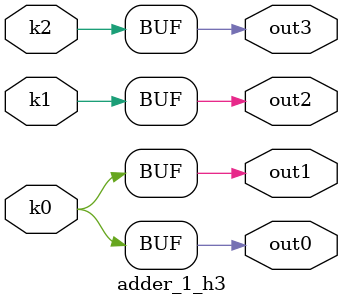
<source format=v>
module adder_1(pi0, pi1, pi2, pi3, pi4, pi5, pi6, po0, po1, po2, po3);
input pi0, pi1, pi2, pi3, pi4, pi5, pi6;
output po0, po1, po2, po3;
wire k0, k1, k2;
adder_1_w3 DUT1 (pi0, pi1, pi2, pi3, pi4, pi5, pi6, k0, k1, k2);
adder_1_h3 DUT2 (k0, k1, k2, po0, po1, po2, po3);
endmodule

module adder_1_w3(in0, in1, in2, in3, in4, in5, in6, k0, k1, k2);
input in0, in1, in2, in3, in4, in5, in6;
output k0, k1, k2;
assign k0 =   ((~in4 ^ in1) & ((((in6 & (in3 | ~in0)) | (in3 & ~in0)) & (in5 | in2)) | (in5 & in2))) | (((~in3 & in0) | (~in6 & (~in3 | in0))) & (~in5 | ~in2) & (in4 ^ in1)) | (~in5 & ~in2 & (in4 ^ in1));
assign k1 =   ((~in5 ^ in2) & ((in6 & (in3 | ~in0)) | (in3 & ~in0))) | (((~in3 & in0) | (~in6 & (~in3 | in0))) & (in5 ^ in2));
assign k2 =   in6 ? (in3 ^ in0) : (~in3 ^ in0);
endmodule

module adder_1_h3(k0, k1, k2, out0, out1, out2, out3);
input k0, k1, k2;
output out0, out1, out2, out3;
assign out0 = k0;
assign out1 = k0;
assign out2 = k1;
assign out3 = k2;
endmodule

</source>
